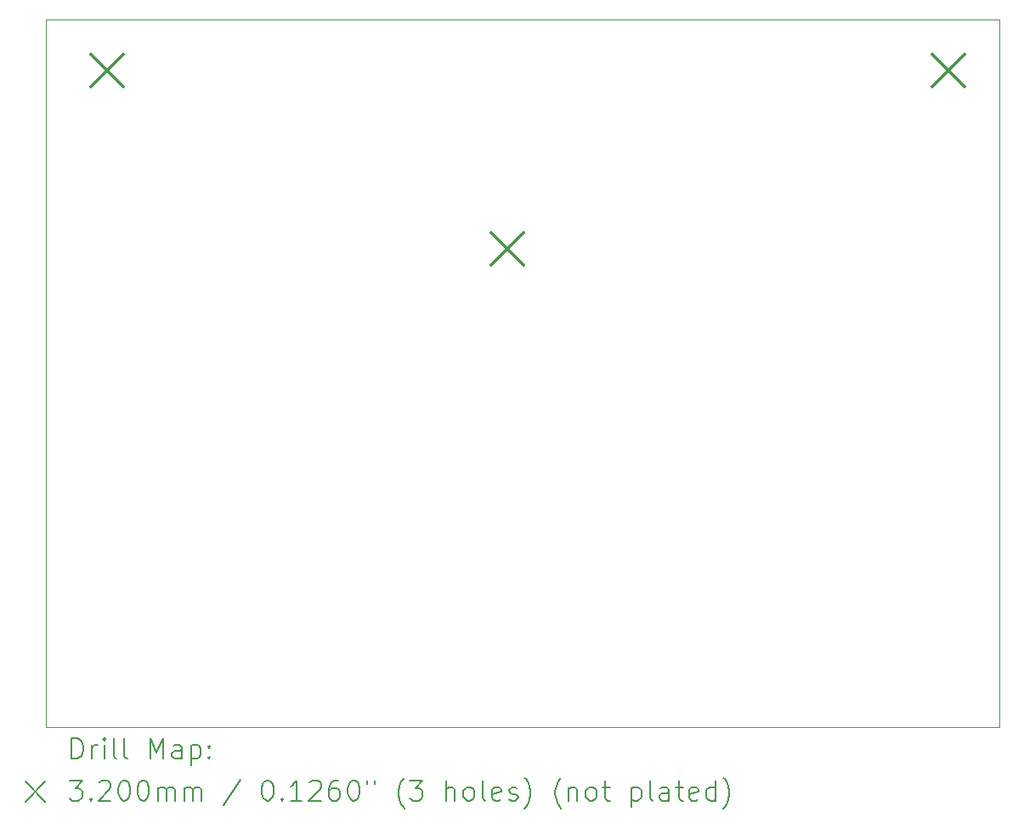
<source format=gbr>
%TF.GenerationSoftware,KiCad,Pcbnew,9.0.0*%
%TF.CreationDate,2025-03-04T23:57:36-06:00*%
%TF.ProjectId,PCB,5043422e-6b69-4636-9164-5f7063625858,rev?*%
%TF.SameCoordinates,Original*%
%TF.FileFunction,Drillmap*%
%TF.FilePolarity,Positive*%
%FSLAX45Y45*%
G04 Gerber Fmt 4.5, Leading zero omitted, Abs format (unit mm)*
G04 Created by KiCad (PCBNEW 9.0.0) date 2025-03-04 23:57:36*
%MOMM*%
%LPD*%
G01*
G04 APERTURE LIST*
%ADD10C,0.050000*%
%ADD11C,0.200000*%
%ADD12C,0.320000*%
G04 APERTURE END LIST*
D10*
X17551400Y-2971800D02*
X27051000Y-2971800D01*
X27051000Y-10021800D01*
X17551400Y-10021800D01*
X17551400Y-2971800D01*
D11*
D12*
X18001000Y-3319800D02*
X18321000Y-3639800D01*
X18321000Y-3319800D02*
X18001000Y-3639800D01*
X21988800Y-5097800D02*
X22308800Y-5417800D01*
X22308800Y-5097800D02*
X21988800Y-5417800D01*
X26383000Y-3319800D02*
X26703000Y-3639800D01*
X26703000Y-3319800D02*
X26383000Y-3639800D01*
D11*
X17809677Y-10335784D02*
X17809677Y-10135784D01*
X17809677Y-10135784D02*
X17857296Y-10135784D01*
X17857296Y-10135784D02*
X17885867Y-10145308D01*
X17885867Y-10145308D02*
X17904915Y-10164355D01*
X17904915Y-10164355D02*
X17914439Y-10183403D01*
X17914439Y-10183403D02*
X17923963Y-10221498D01*
X17923963Y-10221498D02*
X17923963Y-10250070D01*
X17923963Y-10250070D02*
X17914439Y-10288165D01*
X17914439Y-10288165D02*
X17904915Y-10307212D01*
X17904915Y-10307212D02*
X17885867Y-10326260D01*
X17885867Y-10326260D02*
X17857296Y-10335784D01*
X17857296Y-10335784D02*
X17809677Y-10335784D01*
X18009677Y-10335784D02*
X18009677Y-10202450D01*
X18009677Y-10240546D02*
X18019201Y-10221498D01*
X18019201Y-10221498D02*
X18028724Y-10211974D01*
X18028724Y-10211974D02*
X18047772Y-10202450D01*
X18047772Y-10202450D02*
X18066820Y-10202450D01*
X18133486Y-10335784D02*
X18133486Y-10202450D01*
X18133486Y-10135784D02*
X18123963Y-10145308D01*
X18123963Y-10145308D02*
X18133486Y-10154831D01*
X18133486Y-10154831D02*
X18143010Y-10145308D01*
X18143010Y-10145308D02*
X18133486Y-10135784D01*
X18133486Y-10135784D02*
X18133486Y-10154831D01*
X18257296Y-10335784D02*
X18238248Y-10326260D01*
X18238248Y-10326260D02*
X18228724Y-10307212D01*
X18228724Y-10307212D02*
X18228724Y-10135784D01*
X18362058Y-10335784D02*
X18343010Y-10326260D01*
X18343010Y-10326260D02*
X18333486Y-10307212D01*
X18333486Y-10307212D02*
X18333486Y-10135784D01*
X18590629Y-10335784D02*
X18590629Y-10135784D01*
X18590629Y-10135784D02*
X18657296Y-10278641D01*
X18657296Y-10278641D02*
X18723963Y-10135784D01*
X18723963Y-10135784D02*
X18723963Y-10335784D01*
X18904915Y-10335784D02*
X18904915Y-10231022D01*
X18904915Y-10231022D02*
X18895391Y-10211974D01*
X18895391Y-10211974D02*
X18876344Y-10202450D01*
X18876344Y-10202450D02*
X18838248Y-10202450D01*
X18838248Y-10202450D02*
X18819201Y-10211974D01*
X18904915Y-10326260D02*
X18885867Y-10335784D01*
X18885867Y-10335784D02*
X18838248Y-10335784D01*
X18838248Y-10335784D02*
X18819201Y-10326260D01*
X18819201Y-10326260D02*
X18809677Y-10307212D01*
X18809677Y-10307212D02*
X18809677Y-10288165D01*
X18809677Y-10288165D02*
X18819201Y-10269117D01*
X18819201Y-10269117D02*
X18838248Y-10259593D01*
X18838248Y-10259593D02*
X18885867Y-10259593D01*
X18885867Y-10259593D02*
X18904915Y-10250070D01*
X19000153Y-10202450D02*
X19000153Y-10402450D01*
X19000153Y-10211974D02*
X19019201Y-10202450D01*
X19019201Y-10202450D02*
X19057296Y-10202450D01*
X19057296Y-10202450D02*
X19076344Y-10211974D01*
X19076344Y-10211974D02*
X19085867Y-10221498D01*
X19085867Y-10221498D02*
X19095391Y-10240546D01*
X19095391Y-10240546D02*
X19095391Y-10297689D01*
X19095391Y-10297689D02*
X19085867Y-10316736D01*
X19085867Y-10316736D02*
X19076344Y-10326260D01*
X19076344Y-10326260D02*
X19057296Y-10335784D01*
X19057296Y-10335784D02*
X19019201Y-10335784D01*
X19019201Y-10335784D02*
X19000153Y-10326260D01*
X19181105Y-10316736D02*
X19190629Y-10326260D01*
X19190629Y-10326260D02*
X19181105Y-10335784D01*
X19181105Y-10335784D02*
X19171582Y-10326260D01*
X19171582Y-10326260D02*
X19181105Y-10316736D01*
X19181105Y-10316736D02*
X19181105Y-10335784D01*
X19181105Y-10211974D02*
X19190629Y-10221498D01*
X19190629Y-10221498D02*
X19181105Y-10231022D01*
X19181105Y-10231022D02*
X19171582Y-10221498D01*
X19171582Y-10221498D02*
X19181105Y-10211974D01*
X19181105Y-10211974D02*
X19181105Y-10231022D01*
X17348900Y-10564300D02*
X17548900Y-10764300D01*
X17548900Y-10564300D02*
X17348900Y-10764300D01*
X17790629Y-10555784D02*
X17914439Y-10555784D01*
X17914439Y-10555784D02*
X17847772Y-10631974D01*
X17847772Y-10631974D02*
X17876344Y-10631974D01*
X17876344Y-10631974D02*
X17895391Y-10641498D01*
X17895391Y-10641498D02*
X17904915Y-10651022D01*
X17904915Y-10651022D02*
X17914439Y-10670070D01*
X17914439Y-10670070D02*
X17914439Y-10717689D01*
X17914439Y-10717689D02*
X17904915Y-10736736D01*
X17904915Y-10736736D02*
X17895391Y-10746260D01*
X17895391Y-10746260D02*
X17876344Y-10755784D01*
X17876344Y-10755784D02*
X17819201Y-10755784D01*
X17819201Y-10755784D02*
X17800153Y-10746260D01*
X17800153Y-10746260D02*
X17790629Y-10736736D01*
X18000153Y-10736736D02*
X18009677Y-10746260D01*
X18009677Y-10746260D02*
X18000153Y-10755784D01*
X18000153Y-10755784D02*
X17990629Y-10746260D01*
X17990629Y-10746260D02*
X18000153Y-10736736D01*
X18000153Y-10736736D02*
X18000153Y-10755784D01*
X18085867Y-10574831D02*
X18095391Y-10565308D01*
X18095391Y-10565308D02*
X18114439Y-10555784D01*
X18114439Y-10555784D02*
X18162058Y-10555784D01*
X18162058Y-10555784D02*
X18181105Y-10565308D01*
X18181105Y-10565308D02*
X18190629Y-10574831D01*
X18190629Y-10574831D02*
X18200153Y-10593879D01*
X18200153Y-10593879D02*
X18200153Y-10612927D01*
X18200153Y-10612927D02*
X18190629Y-10641498D01*
X18190629Y-10641498D02*
X18076344Y-10755784D01*
X18076344Y-10755784D02*
X18200153Y-10755784D01*
X18323963Y-10555784D02*
X18343010Y-10555784D01*
X18343010Y-10555784D02*
X18362058Y-10565308D01*
X18362058Y-10565308D02*
X18371582Y-10574831D01*
X18371582Y-10574831D02*
X18381105Y-10593879D01*
X18381105Y-10593879D02*
X18390629Y-10631974D01*
X18390629Y-10631974D02*
X18390629Y-10679593D01*
X18390629Y-10679593D02*
X18381105Y-10717689D01*
X18381105Y-10717689D02*
X18371582Y-10736736D01*
X18371582Y-10736736D02*
X18362058Y-10746260D01*
X18362058Y-10746260D02*
X18343010Y-10755784D01*
X18343010Y-10755784D02*
X18323963Y-10755784D01*
X18323963Y-10755784D02*
X18304915Y-10746260D01*
X18304915Y-10746260D02*
X18295391Y-10736736D01*
X18295391Y-10736736D02*
X18285867Y-10717689D01*
X18285867Y-10717689D02*
X18276344Y-10679593D01*
X18276344Y-10679593D02*
X18276344Y-10631974D01*
X18276344Y-10631974D02*
X18285867Y-10593879D01*
X18285867Y-10593879D02*
X18295391Y-10574831D01*
X18295391Y-10574831D02*
X18304915Y-10565308D01*
X18304915Y-10565308D02*
X18323963Y-10555784D01*
X18514439Y-10555784D02*
X18533486Y-10555784D01*
X18533486Y-10555784D02*
X18552534Y-10565308D01*
X18552534Y-10565308D02*
X18562058Y-10574831D01*
X18562058Y-10574831D02*
X18571582Y-10593879D01*
X18571582Y-10593879D02*
X18581105Y-10631974D01*
X18581105Y-10631974D02*
X18581105Y-10679593D01*
X18581105Y-10679593D02*
X18571582Y-10717689D01*
X18571582Y-10717689D02*
X18562058Y-10736736D01*
X18562058Y-10736736D02*
X18552534Y-10746260D01*
X18552534Y-10746260D02*
X18533486Y-10755784D01*
X18533486Y-10755784D02*
X18514439Y-10755784D01*
X18514439Y-10755784D02*
X18495391Y-10746260D01*
X18495391Y-10746260D02*
X18485867Y-10736736D01*
X18485867Y-10736736D02*
X18476344Y-10717689D01*
X18476344Y-10717689D02*
X18466820Y-10679593D01*
X18466820Y-10679593D02*
X18466820Y-10631974D01*
X18466820Y-10631974D02*
X18476344Y-10593879D01*
X18476344Y-10593879D02*
X18485867Y-10574831D01*
X18485867Y-10574831D02*
X18495391Y-10565308D01*
X18495391Y-10565308D02*
X18514439Y-10555784D01*
X18666820Y-10755784D02*
X18666820Y-10622450D01*
X18666820Y-10641498D02*
X18676344Y-10631974D01*
X18676344Y-10631974D02*
X18695391Y-10622450D01*
X18695391Y-10622450D02*
X18723963Y-10622450D01*
X18723963Y-10622450D02*
X18743010Y-10631974D01*
X18743010Y-10631974D02*
X18752534Y-10651022D01*
X18752534Y-10651022D02*
X18752534Y-10755784D01*
X18752534Y-10651022D02*
X18762058Y-10631974D01*
X18762058Y-10631974D02*
X18781105Y-10622450D01*
X18781105Y-10622450D02*
X18809677Y-10622450D01*
X18809677Y-10622450D02*
X18828725Y-10631974D01*
X18828725Y-10631974D02*
X18838248Y-10651022D01*
X18838248Y-10651022D02*
X18838248Y-10755784D01*
X18933486Y-10755784D02*
X18933486Y-10622450D01*
X18933486Y-10641498D02*
X18943010Y-10631974D01*
X18943010Y-10631974D02*
X18962058Y-10622450D01*
X18962058Y-10622450D02*
X18990629Y-10622450D01*
X18990629Y-10622450D02*
X19009677Y-10631974D01*
X19009677Y-10631974D02*
X19019201Y-10651022D01*
X19019201Y-10651022D02*
X19019201Y-10755784D01*
X19019201Y-10651022D02*
X19028725Y-10631974D01*
X19028725Y-10631974D02*
X19047772Y-10622450D01*
X19047772Y-10622450D02*
X19076344Y-10622450D01*
X19076344Y-10622450D02*
X19095391Y-10631974D01*
X19095391Y-10631974D02*
X19104915Y-10651022D01*
X19104915Y-10651022D02*
X19104915Y-10755784D01*
X19495391Y-10546260D02*
X19323963Y-10803403D01*
X19752534Y-10555784D02*
X19771582Y-10555784D01*
X19771582Y-10555784D02*
X19790629Y-10565308D01*
X19790629Y-10565308D02*
X19800153Y-10574831D01*
X19800153Y-10574831D02*
X19809677Y-10593879D01*
X19809677Y-10593879D02*
X19819201Y-10631974D01*
X19819201Y-10631974D02*
X19819201Y-10679593D01*
X19819201Y-10679593D02*
X19809677Y-10717689D01*
X19809677Y-10717689D02*
X19800153Y-10736736D01*
X19800153Y-10736736D02*
X19790629Y-10746260D01*
X19790629Y-10746260D02*
X19771582Y-10755784D01*
X19771582Y-10755784D02*
X19752534Y-10755784D01*
X19752534Y-10755784D02*
X19733487Y-10746260D01*
X19733487Y-10746260D02*
X19723963Y-10736736D01*
X19723963Y-10736736D02*
X19714439Y-10717689D01*
X19714439Y-10717689D02*
X19704915Y-10679593D01*
X19704915Y-10679593D02*
X19704915Y-10631974D01*
X19704915Y-10631974D02*
X19714439Y-10593879D01*
X19714439Y-10593879D02*
X19723963Y-10574831D01*
X19723963Y-10574831D02*
X19733487Y-10565308D01*
X19733487Y-10565308D02*
X19752534Y-10555784D01*
X19904915Y-10736736D02*
X19914439Y-10746260D01*
X19914439Y-10746260D02*
X19904915Y-10755784D01*
X19904915Y-10755784D02*
X19895391Y-10746260D01*
X19895391Y-10746260D02*
X19904915Y-10736736D01*
X19904915Y-10736736D02*
X19904915Y-10755784D01*
X20104915Y-10755784D02*
X19990629Y-10755784D01*
X20047772Y-10755784D02*
X20047772Y-10555784D01*
X20047772Y-10555784D02*
X20028725Y-10584355D01*
X20028725Y-10584355D02*
X20009677Y-10603403D01*
X20009677Y-10603403D02*
X19990629Y-10612927D01*
X20181106Y-10574831D02*
X20190629Y-10565308D01*
X20190629Y-10565308D02*
X20209677Y-10555784D01*
X20209677Y-10555784D02*
X20257296Y-10555784D01*
X20257296Y-10555784D02*
X20276344Y-10565308D01*
X20276344Y-10565308D02*
X20285868Y-10574831D01*
X20285868Y-10574831D02*
X20295391Y-10593879D01*
X20295391Y-10593879D02*
X20295391Y-10612927D01*
X20295391Y-10612927D02*
X20285868Y-10641498D01*
X20285868Y-10641498D02*
X20171582Y-10755784D01*
X20171582Y-10755784D02*
X20295391Y-10755784D01*
X20466820Y-10555784D02*
X20428725Y-10555784D01*
X20428725Y-10555784D02*
X20409677Y-10565308D01*
X20409677Y-10565308D02*
X20400153Y-10574831D01*
X20400153Y-10574831D02*
X20381106Y-10603403D01*
X20381106Y-10603403D02*
X20371582Y-10641498D01*
X20371582Y-10641498D02*
X20371582Y-10717689D01*
X20371582Y-10717689D02*
X20381106Y-10736736D01*
X20381106Y-10736736D02*
X20390629Y-10746260D01*
X20390629Y-10746260D02*
X20409677Y-10755784D01*
X20409677Y-10755784D02*
X20447772Y-10755784D01*
X20447772Y-10755784D02*
X20466820Y-10746260D01*
X20466820Y-10746260D02*
X20476344Y-10736736D01*
X20476344Y-10736736D02*
X20485868Y-10717689D01*
X20485868Y-10717689D02*
X20485868Y-10670070D01*
X20485868Y-10670070D02*
X20476344Y-10651022D01*
X20476344Y-10651022D02*
X20466820Y-10641498D01*
X20466820Y-10641498D02*
X20447772Y-10631974D01*
X20447772Y-10631974D02*
X20409677Y-10631974D01*
X20409677Y-10631974D02*
X20390629Y-10641498D01*
X20390629Y-10641498D02*
X20381106Y-10651022D01*
X20381106Y-10651022D02*
X20371582Y-10670070D01*
X20609677Y-10555784D02*
X20628725Y-10555784D01*
X20628725Y-10555784D02*
X20647772Y-10565308D01*
X20647772Y-10565308D02*
X20657296Y-10574831D01*
X20657296Y-10574831D02*
X20666820Y-10593879D01*
X20666820Y-10593879D02*
X20676344Y-10631974D01*
X20676344Y-10631974D02*
X20676344Y-10679593D01*
X20676344Y-10679593D02*
X20666820Y-10717689D01*
X20666820Y-10717689D02*
X20657296Y-10736736D01*
X20657296Y-10736736D02*
X20647772Y-10746260D01*
X20647772Y-10746260D02*
X20628725Y-10755784D01*
X20628725Y-10755784D02*
X20609677Y-10755784D01*
X20609677Y-10755784D02*
X20590629Y-10746260D01*
X20590629Y-10746260D02*
X20581106Y-10736736D01*
X20581106Y-10736736D02*
X20571582Y-10717689D01*
X20571582Y-10717689D02*
X20562058Y-10679593D01*
X20562058Y-10679593D02*
X20562058Y-10631974D01*
X20562058Y-10631974D02*
X20571582Y-10593879D01*
X20571582Y-10593879D02*
X20581106Y-10574831D01*
X20581106Y-10574831D02*
X20590629Y-10565308D01*
X20590629Y-10565308D02*
X20609677Y-10555784D01*
X20752534Y-10555784D02*
X20752534Y-10593879D01*
X20828725Y-10555784D02*
X20828725Y-10593879D01*
X21123963Y-10831974D02*
X21114439Y-10822450D01*
X21114439Y-10822450D02*
X21095391Y-10793879D01*
X21095391Y-10793879D02*
X21085868Y-10774831D01*
X21085868Y-10774831D02*
X21076344Y-10746260D01*
X21076344Y-10746260D02*
X21066820Y-10698641D01*
X21066820Y-10698641D02*
X21066820Y-10660546D01*
X21066820Y-10660546D02*
X21076344Y-10612927D01*
X21076344Y-10612927D02*
X21085868Y-10584355D01*
X21085868Y-10584355D02*
X21095391Y-10565308D01*
X21095391Y-10565308D02*
X21114439Y-10536736D01*
X21114439Y-10536736D02*
X21123963Y-10527212D01*
X21181106Y-10555784D02*
X21304915Y-10555784D01*
X21304915Y-10555784D02*
X21238249Y-10631974D01*
X21238249Y-10631974D02*
X21266820Y-10631974D01*
X21266820Y-10631974D02*
X21285868Y-10641498D01*
X21285868Y-10641498D02*
X21295391Y-10651022D01*
X21295391Y-10651022D02*
X21304915Y-10670070D01*
X21304915Y-10670070D02*
X21304915Y-10717689D01*
X21304915Y-10717689D02*
X21295391Y-10736736D01*
X21295391Y-10736736D02*
X21285868Y-10746260D01*
X21285868Y-10746260D02*
X21266820Y-10755784D01*
X21266820Y-10755784D02*
X21209677Y-10755784D01*
X21209677Y-10755784D02*
X21190630Y-10746260D01*
X21190630Y-10746260D02*
X21181106Y-10736736D01*
X21543011Y-10755784D02*
X21543011Y-10555784D01*
X21628725Y-10755784D02*
X21628725Y-10651022D01*
X21628725Y-10651022D02*
X21619201Y-10631974D01*
X21619201Y-10631974D02*
X21600153Y-10622450D01*
X21600153Y-10622450D02*
X21571582Y-10622450D01*
X21571582Y-10622450D02*
X21552534Y-10631974D01*
X21552534Y-10631974D02*
X21543011Y-10641498D01*
X21752534Y-10755784D02*
X21733487Y-10746260D01*
X21733487Y-10746260D02*
X21723963Y-10736736D01*
X21723963Y-10736736D02*
X21714439Y-10717689D01*
X21714439Y-10717689D02*
X21714439Y-10660546D01*
X21714439Y-10660546D02*
X21723963Y-10641498D01*
X21723963Y-10641498D02*
X21733487Y-10631974D01*
X21733487Y-10631974D02*
X21752534Y-10622450D01*
X21752534Y-10622450D02*
X21781106Y-10622450D01*
X21781106Y-10622450D02*
X21800153Y-10631974D01*
X21800153Y-10631974D02*
X21809677Y-10641498D01*
X21809677Y-10641498D02*
X21819201Y-10660546D01*
X21819201Y-10660546D02*
X21819201Y-10717689D01*
X21819201Y-10717689D02*
X21809677Y-10736736D01*
X21809677Y-10736736D02*
X21800153Y-10746260D01*
X21800153Y-10746260D02*
X21781106Y-10755784D01*
X21781106Y-10755784D02*
X21752534Y-10755784D01*
X21933487Y-10755784D02*
X21914439Y-10746260D01*
X21914439Y-10746260D02*
X21904915Y-10727212D01*
X21904915Y-10727212D02*
X21904915Y-10555784D01*
X22085868Y-10746260D02*
X22066820Y-10755784D01*
X22066820Y-10755784D02*
X22028725Y-10755784D01*
X22028725Y-10755784D02*
X22009677Y-10746260D01*
X22009677Y-10746260D02*
X22000153Y-10727212D01*
X22000153Y-10727212D02*
X22000153Y-10651022D01*
X22000153Y-10651022D02*
X22009677Y-10631974D01*
X22009677Y-10631974D02*
X22028725Y-10622450D01*
X22028725Y-10622450D02*
X22066820Y-10622450D01*
X22066820Y-10622450D02*
X22085868Y-10631974D01*
X22085868Y-10631974D02*
X22095392Y-10651022D01*
X22095392Y-10651022D02*
X22095392Y-10670070D01*
X22095392Y-10670070D02*
X22000153Y-10689117D01*
X22171582Y-10746260D02*
X22190630Y-10755784D01*
X22190630Y-10755784D02*
X22228725Y-10755784D01*
X22228725Y-10755784D02*
X22247773Y-10746260D01*
X22247773Y-10746260D02*
X22257296Y-10727212D01*
X22257296Y-10727212D02*
X22257296Y-10717689D01*
X22257296Y-10717689D02*
X22247773Y-10698641D01*
X22247773Y-10698641D02*
X22228725Y-10689117D01*
X22228725Y-10689117D02*
X22200153Y-10689117D01*
X22200153Y-10689117D02*
X22181106Y-10679593D01*
X22181106Y-10679593D02*
X22171582Y-10660546D01*
X22171582Y-10660546D02*
X22171582Y-10651022D01*
X22171582Y-10651022D02*
X22181106Y-10631974D01*
X22181106Y-10631974D02*
X22200153Y-10622450D01*
X22200153Y-10622450D02*
X22228725Y-10622450D01*
X22228725Y-10622450D02*
X22247773Y-10631974D01*
X22323963Y-10831974D02*
X22333487Y-10822450D01*
X22333487Y-10822450D02*
X22352534Y-10793879D01*
X22352534Y-10793879D02*
X22362058Y-10774831D01*
X22362058Y-10774831D02*
X22371582Y-10746260D01*
X22371582Y-10746260D02*
X22381106Y-10698641D01*
X22381106Y-10698641D02*
X22381106Y-10660546D01*
X22381106Y-10660546D02*
X22371582Y-10612927D01*
X22371582Y-10612927D02*
X22362058Y-10584355D01*
X22362058Y-10584355D02*
X22352534Y-10565308D01*
X22352534Y-10565308D02*
X22333487Y-10536736D01*
X22333487Y-10536736D02*
X22323963Y-10527212D01*
X22685868Y-10831974D02*
X22676344Y-10822450D01*
X22676344Y-10822450D02*
X22657296Y-10793879D01*
X22657296Y-10793879D02*
X22647772Y-10774831D01*
X22647772Y-10774831D02*
X22638249Y-10746260D01*
X22638249Y-10746260D02*
X22628725Y-10698641D01*
X22628725Y-10698641D02*
X22628725Y-10660546D01*
X22628725Y-10660546D02*
X22638249Y-10612927D01*
X22638249Y-10612927D02*
X22647772Y-10584355D01*
X22647772Y-10584355D02*
X22657296Y-10565308D01*
X22657296Y-10565308D02*
X22676344Y-10536736D01*
X22676344Y-10536736D02*
X22685868Y-10527212D01*
X22762058Y-10622450D02*
X22762058Y-10755784D01*
X22762058Y-10641498D02*
X22771582Y-10631974D01*
X22771582Y-10631974D02*
X22790630Y-10622450D01*
X22790630Y-10622450D02*
X22819201Y-10622450D01*
X22819201Y-10622450D02*
X22838249Y-10631974D01*
X22838249Y-10631974D02*
X22847772Y-10651022D01*
X22847772Y-10651022D02*
X22847772Y-10755784D01*
X22971582Y-10755784D02*
X22952534Y-10746260D01*
X22952534Y-10746260D02*
X22943011Y-10736736D01*
X22943011Y-10736736D02*
X22933487Y-10717689D01*
X22933487Y-10717689D02*
X22933487Y-10660546D01*
X22933487Y-10660546D02*
X22943011Y-10641498D01*
X22943011Y-10641498D02*
X22952534Y-10631974D01*
X22952534Y-10631974D02*
X22971582Y-10622450D01*
X22971582Y-10622450D02*
X23000153Y-10622450D01*
X23000153Y-10622450D02*
X23019201Y-10631974D01*
X23019201Y-10631974D02*
X23028725Y-10641498D01*
X23028725Y-10641498D02*
X23038249Y-10660546D01*
X23038249Y-10660546D02*
X23038249Y-10717689D01*
X23038249Y-10717689D02*
X23028725Y-10736736D01*
X23028725Y-10736736D02*
X23019201Y-10746260D01*
X23019201Y-10746260D02*
X23000153Y-10755784D01*
X23000153Y-10755784D02*
X22971582Y-10755784D01*
X23095392Y-10622450D02*
X23171582Y-10622450D01*
X23123963Y-10555784D02*
X23123963Y-10727212D01*
X23123963Y-10727212D02*
X23133487Y-10746260D01*
X23133487Y-10746260D02*
X23152534Y-10755784D01*
X23152534Y-10755784D02*
X23171582Y-10755784D01*
X23390630Y-10622450D02*
X23390630Y-10822450D01*
X23390630Y-10631974D02*
X23409677Y-10622450D01*
X23409677Y-10622450D02*
X23447773Y-10622450D01*
X23447773Y-10622450D02*
X23466820Y-10631974D01*
X23466820Y-10631974D02*
X23476344Y-10641498D01*
X23476344Y-10641498D02*
X23485868Y-10660546D01*
X23485868Y-10660546D02*
X23485868Y-10717689D01*
X23485868Y-10717689D02*
X23476344Y-10736736D01*
X23476344Y-10736736D02*
X23466820Y-10746260D01*
X23466820Y-10746260D02*
X23447773Y-10755784D01*
X23447773Y-10755784D02*
X23409677Y-10755784D01*
X23409677Y-10755784D02*
X23390630Y-10746260D01*
X23600153Y-10755784D02*
X23581106Y-10746260D01*
X23581106Y-10746260D02*
X23571582Y-10727212D01*
X23571582Y-10727212D02*
X23571582Y-10555784D01*
X23762058Y-10755784D02*
X23762058Y-10651022D01*
X23762058Y-10651022D02*
X23752534Y-10631974D01*
X23752534Y-10631974D02*
X23733487Y-10622450D01*
X23733487Y-10622450D02*
X23695392Y-10622450D01*
X23695392Y-10622450D02*
X23676344Y-10631974D01*
X23762058Y-10746260D02*
X23743011Y-10755784D01*
X23743011Y-10755784D02*
X23695392Y-10755784D01*
X23695392Y-10755784D02*
X23676344Y-10746260D01*
X23676344Y-10746260D02*
X23666820Y-10727212D01*
X23666820Y-10727212D02*
X23666820Y-10708165D01*
X23666820Y-10708165D02*
X23676344Y-10689117D01*
X23676344Y-10689117D02*
X23695392Y-10679593D01*
X23695392Y-10679593D02*
X23743011Y-10679593D01*
X23743011Y-10679593D02*
X23762058Y-10670070D01*
X23828725Y-10622450D02*
X23904915Y-10622450D01*
X23857296Y-10555784D02*
X23857296Y-10727212D01*
X23857296Y-10727212D02*
X23866820Y-10746260D01*
X23866820Y-10746260D02*
X23885868Y-10755784D01*
X23885868Y-10755784D02*
X23904915Y-10755784D01*
X24047773Y-10746260D02*
X24028725Y-10755784D01*
X24028725Y-10755784D02*
X23990630Y-10755784D01*
X23990630Y-10755784D02*
X23971582Y-10746260D01*
X23971582Y-10746260D02*
X23962058Y-10727212D01*
X23962058Y-10727212D02*
X23962058Y-10651022D01*
X23962058Y-10651022D02*
X23971582Y-10631974D01*
X23971582Y-10631974D02*
X23990630Y-10622450D01*
X23990630Y-10622450D02*
X24028725Y-10622450D01*
X24028725Y-10622450D02*
X24047773Y-10631974D01*
X24047773Y-10631974D02*
X24057296Y-10651022D01*
X24057296Y-10651022D02*
X24057296Y-10670070D01*
X24057296Y-10670070D02*
X23962058Y-10689117D01*
X24228725Y-10755784D02*
X24228725Y-10555784D01*
X24228725Y-10746260D02*
X24209677Y-10755784D01*
X24209677Y-10755784D02*
X24171582Y-10755784D01*
X24171582Y-10755784D02*
X24152534Y-10746260D01*
X24152534Y-10746260D02*
X24143011Y-10736736D01*
X24143011Y-10736736D02*
X24133487Y-10717689D01*
X24133487Y-10717689D02*
X24133487Y-10660546D01*
X24133487Y-10660546D02*
X24143011Y-10641498D01*
X24143011Y-10641498D02*
X24152534Y-10631974D01*
X24152534Y-10631974D02*
X24171582Y-10622450D01*
X24171582Y-10622450D02*
X24209677Y-10622450D01*
X24209677Y-10622450D02*
X24228725Y-10631974D01*
X24304915Y-10831974D02*
X24314439Y-10822450D01*
X24314439Y-10822450D02*
X24333487Y-10793879D01*
X24333487Y-10793879D02*
X24343011Y-10774831D01*
X24343011Y-10774831D02*
X24352534Y-10746260D01*
X24352534Y-10746260D02*
X24362058Y-10698641D01*
X24362058Y-10698641D02*
X24362058Y-10660546D01*
X24362058Y-10660546D02*
X24352534Y-10612927D01*
X24352534Y-10612927D02*
X24343011Y-10584355D01*
X24343011Y-10584355D02*
X24333487Y-10565308D01*
X24333487Y-10565308D02*
X24314439Y-10536736D01*
X24314439Y-10536736D02*
X24304915Y-10527212D01*
M02*

</source>
